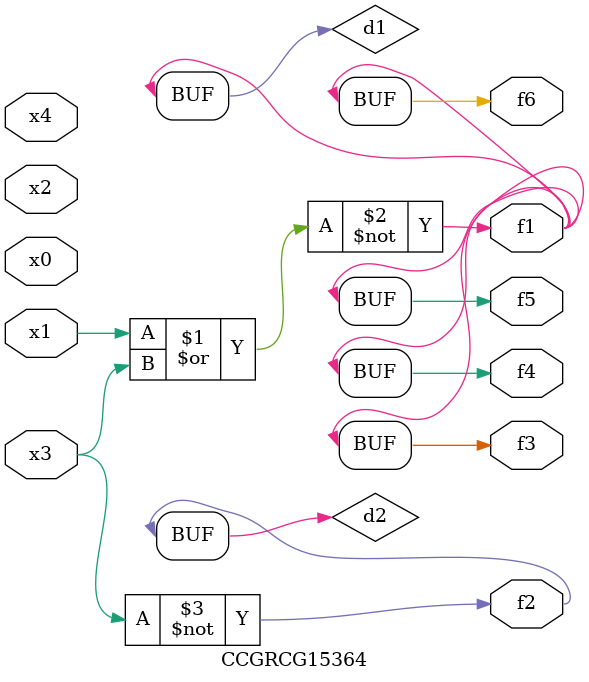
<source format=v>
module CCGRCG15364(
	input x0, x1, x2, x3, x4,
	output f1, f2, f3, f4, f5, f6
);

	wire d1, d2;

	nor (d1, x1, x3);
	not (d2, x3);
	assign f1 = d1;
	assign f2 = d2;
	assign f3 = d1;
	assign f4 = d1;
	assign f5 = d1;
	assign f6 = d1;
endmodule

</source>
